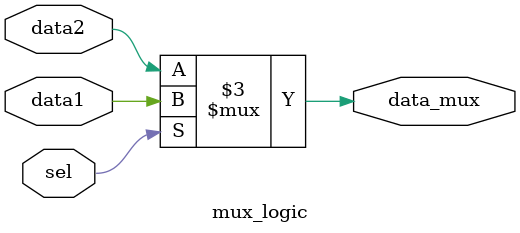
<source format=sv>
`timescale 1ns / 1ps


module mux_logic
    (
        input data1,
        input data2,
        input sel,
        output reg data_mux
    );

    always_comb begin
        if (sel)
            data_mux = data1;
        else
            data_mux = data2;
    end



endmodule

</source>
